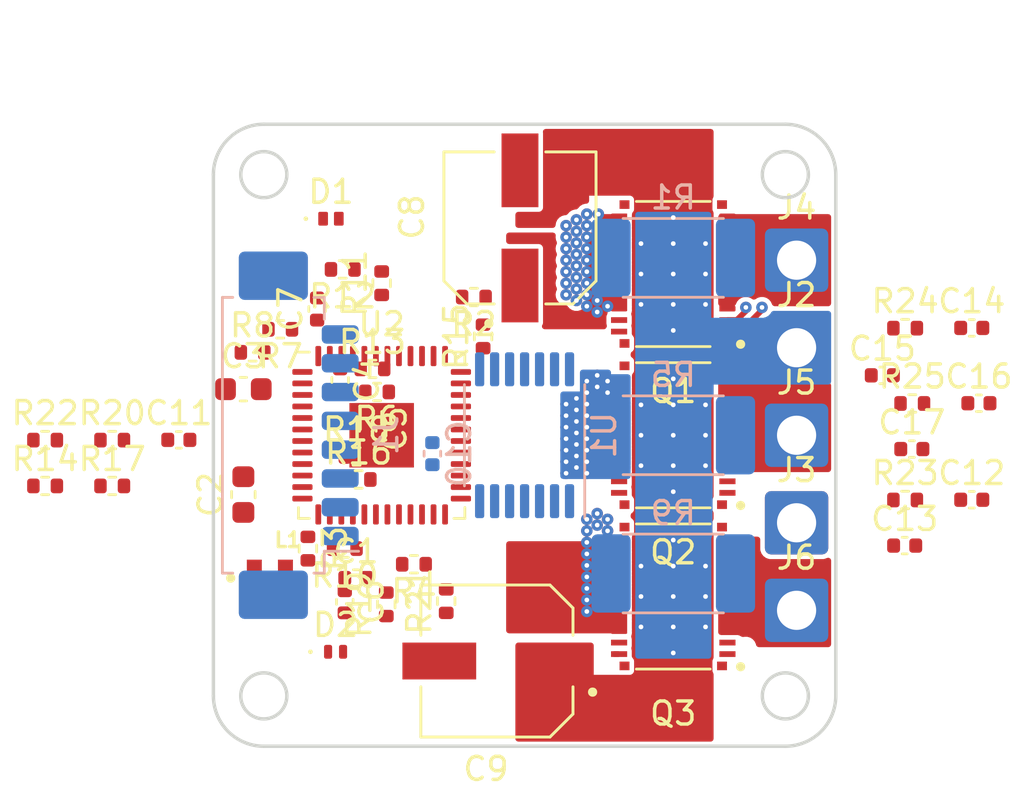
<source format=kicad_pcb>
(kicad_pcb (version 20211014) (generator pcbnew)
  (title_block (title "Ø32 BLDC Motor Controller") (date "2022-11-26") (company "Christopher Xu"))
  (layers (0 "F.Cu" signal) (1 "In1.Cu" signal) (2 "In2.Cu" signal) (31 "B.Cu" signal) (34 "B.Paste" user) (35 "F.Paste" user) (36 "B.SilkS" user "B.Silkscreen") (37 "F.SilkS" user "F.Silkscreen") (38 "B.Mask" user) (39 "F.Mask" user) (44 "Edge.Cuts" user))
  (net 0 "")
  (net 1 "/~{MAG_CS}")
  (net 3 "/Motor phase U/Sense_N")
  (net 4 "/Motor phase V/Sense_N")
  (net 5 "/Motor phase W/Sense_N")
  (net 8 "/Motor phase U/Motor")
  (net 9 "/Motor phase V/Motor")
  (net 10 "/Motor phase W/Motor")
  (net 11 "/Motor phase U/Sense_P")
  (net 13 "VBUS")
  (net 14 "/Motor phase V/Sense_P")
  (net 15 "/Motor phase W/Sense_P")
  (net 21 "SPI_SCLK")
  (net 22 "SPI_MOSI")
  (net 23 "SPI_MISO")
  (net 24 "+3.3V")
  (net 25 "/OP_V_P")
  (net 26 "/OP_V_N")
  (net 27 "/OP_V_O")
  (net 28 "/NRST")
  (net 29 "Net-(D1-Pad1)")
  (net 30 "/OP_U_O")
  (net 31 "/OP_U_N")
  (net 32 "/OP_U_P")
  (net 33 "/OC_COMP")
  (net 35 "GND")
  (net 37 "SWD_IO")
  (net 38 "SWD_CLK")
  (net 39 "I2C_SCL")
  (net 40 "I2C_SDA")
  (net 41 "/OP_W_P")
  (net 43 "/OP_W_N")
  (net 44 "/OP_W_O")
  (net 45 "/Motor phase U/GH_MOS")
  (net 46 "/Motor phase U/GL_MOS")
  (net 47 "/Motor phase V/GH_MOS")
  (net 48 "/Motor phase V/GL_MOS")
  (net 49 "/Motor phase W/GH_MOS")
  (net 50 "/Motor phase W/GL_MOS")
  (net 51 "/OUTU")
  (net 52 "/VBOOTW")
  (net 53 "/VBOOTV")
  (net 54 "/HSU")
  (net 55 "/VBOOTU")
  (net 56 "/LSU")
  (net 57 "/OUTV")
  (net 58 "/OUTW")
  (net 59 "/HSW")
  (net 60 "/LSW")
  (net 61 "/HSV")
  (net 62 "/LSV")
  (net 68 "/GPIO_PA15")
  (net 69 "Net-(C13-Pad2)")
  (net 70 "Net-(C15-Pad2)")
  (net 71 "Net-(C17-Pad2)")
  (footprint "Resistor_SMD:R_0402_1005Metric" (layer "F.Cu") (at 43.6 48.12 180)
    (fp_text reference "R6")
    (fp_text value "1.78k")
  )
  (footprint "Capacitor_SMD:C_0402_1005Metric" (layer "F.Cu") (at 66.49 54.79)
    (fp_text reference "C13")
    (fp_text value "4.7nF")
  )
  (footprint "Capacitor_SMD:C_0402_1005Metric" (layer "F.Cu") (at 69.71 48.61)
    (fp_text reference "C16")
    (fp_text value "10nF")
  )
  (footprint "O32controller:SolderWire-Actual_1x01_D1.7mm_OD_2.75mm" (layer "F.Cu") (at 61.8 50)
    (fp_text reference "J5")
    (fp_text value "Motor Connection")
  )
  (footprint "O32controller:SolderWire-Actual_1x01_D1.7mm_OD_2.75mm" (layer "F.Cu") (at 61.8 46.2)
    (fp_text reference "J2")
    (fp_text value "BATT+")
  )
  (footprint "O32controller:SolderWire-Actual_1x01_D1.7mm_OD_2.75mm" (layer "F.Cu") (at 61.8 42.4)
    (fp_text reference "J4")
    (fp_text value "Motor Connection")
  )
  (footprint "Capacitor_SMD:C_0603_1608Metric" (layer "F.Cu") (at 37.8 52.575 90)
    (fp_text reference "C2")
    (fp_text value "47uF")
  )
  (footprint "Resistor_SMD:R_0402_1005Metric" (layer "F.Cu") (at 47.8 44 180)
    (fp_text reference "R2")
    (fp_text value "1.78k")
  )
  (footprint "O32controller:SolderWire-Actual_1x01_D1.7mm_OD_2.75mm" (layer "F.Cu") (at 61.8 53.8)
    (fp_text reference "J3")
    (fp_text value "BATT-")
  )
  (footprint "Resistor_SMD:R_0402_1005Metric" (layer "F.Cu") (at 42.71 50.92)
    (fp_text reference "R18")
    (fp_text value "10R")
  )
  (footprint "Resistor_SMD:R_0402_1005Metric" (layer "F.Cu") (at 45.2 55.6 180)
    (fp_text reference "R4")
    (fp_text value "13.7k")
  )
  (footprint "O32controller:VFQFPN-48-1EP_7x7mm_P0.5mm_EP2.8x2.8mm" (layer "F.Cu") (at 43.8 50)
    (fp_text reference "U2")
    (fp_text value "STSPIN32F0A")
  )
  (footprint "O32controller:SolderWire-Actual_1x01_D1.7mm_OD_2.75mm" (layer "F.Cu") (at 61.8 57.6)
    (fp_text reference "J6")
    (fp_text value "Motor Connection")
  )
  (footprint "Resistor_SMD:R_0402_1005Metric" (layer "F.Cu") (at 29.2 50.21)
    (fp_text reference "R22")
    (fp_text value "121k")
  )
  (footprint "Capacitor_SMD:C_0402_1005Metric" (layer "F.Cu") (at 43.2 49.72 -90)
    (fp_text reference "C5")
    (fp_text value "100nF")
  )
  (footprint "Capacitor_SMD:C_0402_1005Metric" (layer "F.Cu") (at 69.4 52.8)
    (fp_text reference "C12")
    (fp_text value "10nF")
  )
  (footprint "Capacitor_SMD:C_0402_1005Metric" (layer "F.Cu") (at 66.8 50.6)
    (fp_text reference "C17")
    (fp_text value "4.7nF")
  )
  (footprint "O32controller:CAP_EEEFN1E101UP" (layer "F.Cu") (at 49.8 41 90)
    (fp_text reference "C8")
    (fp_text value "100uF")
  )
  (footprint "Resistor_SMD:R_0402_1005Metric" (layer "F.Cu") (at 44 57.34 90)
    (fp_text reference "R19")
    (fp_text value "10R")
  )
  (footprint "O32controller:CSD88584Q5DCT" (layer "F.Cu") (at 56.45 50 180)
    (fp_text reference "Q2")
    (fp_text value "DMM0022A")
  )
  (footprint "Resistor_SMD:R_0402_1005Metric" (layer "F.Cu") (at 40.6 54.92 -90)
    (fp_text reference "R3")
    (fp_text value "1.78k")
  )
  (footprint "Capacitor_SMD:C_0402_1005Metric" (layer "F.Cu") (at 42 47.6 -90)
    (fp_text reference "C4")
    (fp_text value "100nF")
  )
  (footprint "Resistor_SMD:R_0402_1005Metric" (layer "F.Cu") (at 32.11 52.2)
    (fp_text reference "R17")
    (fp_text value "2.2k")
  )
  (footprint "Capacitor_SMD:C_0402_1005Metric" (layer "F.Cu") (at 42.2 57.23 -90)
    (fp_text reference "C6")
    (fp_text value "100nF")
  )
  (footprint "Resistor_SMD:R_0402_1005Metric" (layer "F.Cu") (at 42.2 54.92 180)
    (fp_text reference "R10")
    (fp_text value "1.78k")
  )
  (footprint "O32controller:IND_VLS201612CX-220M-1" (layer "F.Cu") (at 38.95 56.2)
    (fp_text reference "L1")
    (fp_text value "22uH")
  )
  (footprint "Capacitor_SMD:C_0402_1005Metric" (layer "F.Cu") (at 65.52 47.4)
    (fp_text reference "C15")
    (fp_text value "4.7nF")
  )
  (footprint "O32controller:CSD88584Q5DCT" (layer "F.Cu") (at 56.45 57 180)
    (fp_text reference "Q3")
    (fp_text value "DMM0022A")
  )
  (footprint "Resistor_SMD:R_0402_1005Metric" (layer "F.Cu") (at 42.11 42.8 180)
    (fp_text reference "R12")
    (fp_text value "13.7k")
  )
  (footprint "Resistor_SMD:R_0402_1005Metric" (layer "F.Cu") (at 38.2 46.4)
    (fp_text reference "R8")
    (fp_text value "13.7k")
  )
  (footprint "Capacitor_SMD:C_0402_1005Metric" (layer "F.Cu") (at 41 44.52 90)
    (fp_text reference "C7")
    (fp_text value "100nF")
  )
  (footprint "Resistor_SMD:R_0402_1005Metric" (layer "F.Cu") (at 66.51 45.35)
    (fp_text reference "R24")
    (fp_text value "2.21R")
  )
  (footprint "Capacitor_SMD:C_0402_1005Metric" (layer "F.Cu") (at 69.4 45.34)
    (fp_text reference "C14")
    (fp_text value "10nF")
  )
  (footprint "Resistor_SMD:R_0402_1005Metric" (layer "F.Cu") (at 29.2 52.2)
    (fp_text reference "R14")
    (fp_text value "2.2k")
  )
  (footprint "Capacitor_SMD:C_0402_1005Metric" (layer "F.Cu") (at 35 50.2)
    (fp_text reference "C11")
    (fp_text value "1nF")
  )
  (footprint "Capacitor_SMD:C_0402_1005Metric" (layer "F.Cu") (at 42.68 56.2)
    (fp_text reference "C1")
    (fp_text value "100nF")
  )
  (footprint "Resistor_SMD:R_0402_1005Metric" (layer "F.Cu") (at 43.4 47.12)
    (fp_text reference "R13")
    (fp_text value "10R")
  )
  (footprint "Resistor_SMD:R_0402_1005Metric" (layer "F.Cu") (at 66.82 48.62)
    (fp_text reference "R25")
    (fp_text value "2.21R")
  )
  (footprint "Resistor_SMD:R_0402_1005Metric" (layer "F.Cu") (at 39.4 45.4 180)
    (fp_text reference "R7")
    (fp_text value "1.78k")
  )
  (footprint "Resistor_SMD:R_0402_1005Metric" (layer "F.Cu") (at 32.11 50.21)
    (fp_text reference "R20")
    (fp_text value "2.2k")
  )
  (footprint "Resistor_SMD:R_0402_1005Metric" (layer "F.Cu") (at 43.8 43.4 90)
    (fp_text reference "R11")
    (fp_text value "1.78k")
  )
  (footprint "Diode_SMD:D_0402_CSP" (layer "F.Cu") (at 41.8 59.4)
    (fp_text reference "D2")
    (fp_text value "ESDA17P20-1F2 ")
  )
  (footprint "O32controller:CSD88584Q5DCT" (layer "F.Cu") (at 56.45 43 180)
    (fp_text reference "Q1")
    (fp_text value "DMM0022A")
  )
  (footprint "Resistor_SMD:R_0402_1005Metric" (layer "F.Cu") (at 66.51 52.81)
    (fp_text reference "R23")
    (fp_text value "2.21R")
  )
  (footprint "Resistor_SMD:R_0402_1005Metric" (layer "F.Cu") (at 48.2 45.71 90)
    (fp_text reference "R15")
    (fp_text value "10R")
  )
  (footprint "Diode_SMD:D_DFN2L" (layer "F.Cu") (at 41.6 40.6)
    (fp_text reference "D1")
    (fp_text value "SBA0540Q")
  )
  (footprint "O32controller:CAP_EEEFN1E101UP" (layer "F.Cu") (at 48.8 59.8 180)
    (fp_text reference "C9")
    (fp_text value "100uF")
  )
  (footprint "Capacitor_SMD:C_0603_1608Metric" (layer "F.Cu") (at 37.8 48)
    (fp_text reference "C3")
    (fp_text value "10uF")
  )
  (footprint "Resistor_SMD:R_0402_1005Metric" (layer "F.Cu") (at 46.6 57.2 90)
    (fp_text reference "R21")
    (fp_text value "10R")
  )
  (footprint "Resistor_SMD:R_0402_1005Metric" (layer "F.Cu") (at 42.8 51.92)
    (fp_text reference "R16")
    (fp_text value "10R")
  )
  (footprint "Capacitor_SMD:C_0402_1005Metric" (layer "B.Cu") (at 46 50.8 90)
    (fp_text reference "C10")
    (fp_text value "100nF")
  )
  (footprint "Package_SO:TSSOP-14_4.4x5mm_P0.65mm" (layer "B.Cu") (at 50 50 90)
    (fp_text reference "U1")
    (fp_text value "AS5047D")
  )
  (footprint "Connector_Molex:Molex_PicoBlade_53261-0871_1x08-1MP_P1.25mm_Horizontal" (layer "B.Cu") (at 39.6 50 90)
    (fp_text reference "J1")
    (fp_text value "Conn_01x08_MountingPin")
  )
  (footprint "Resistor_SMD:R_Shunt_2512_6332Metric" (layer "B.Cu") (at 56.45 56 180)
    (fp_text reference "R9")
    (fp_text value "WFCP06124L000FE66 0.004R")
  )
  (footprint "Resistor_SMD:R_Shunt_2512_6332Metric" (layer "B.Cu") (at 56.45 42.3 180)
    (fp_text reference "R1")
    (fp_text value "WFCP06124L000FE66 0.004R")
  )
  (footprint "Resistor_SMD:R_Shunt_2512_6332Metric" (layer "B.Cu") (at 56.45 50 180)
    (fp_text reference "R5")
    (fp_text value "WFCP06124L000FE66 0.004R")
  )
  (gr_circle locked (center 61.314 61.314) (end 62.314 61.314) (layer "Edge.Cuts") (width 0.15) (fill none))
  (gr_line locked (start 38.686 36.5) (end 61.314 36.5) (layer "Edge.Cuts") (width 0.15))
  (gr_arc locked (start 38.686 63.5) (mid 37.140265 62.859735) (end 36.5 61.314) (layer "Edge.Cuts") (width 0.15))
  (gr_arc locked (start 36.5 38.686) (mid 37.140265 37.140265) (end 38.686 36.5) (layer "Edge.Cuts") (width 0.15))
  (gr_line locked (start 38.686 63.5) (end 61.314 63.5) (layer "Edge.Cuts") (width 0.15))
  (gr_line locked (start 63.5 38.686) (end 63.5 61.314) (layer "Edge.Cuts") (width 0.15))
  (gr_arc locked (start 61.314 36.5) (mid 62.859735 37.140265) (end 63.5 38.686) (layer "Edge.Cuts") (width 0.15))
  (gr_circle locked (center 38.686 61.314) (end 39.686 61.314) (layer "Edge.Cuts") (width 0.15) (fill none))
  (gr_circle locked (center 38.686 38.686) (end 39.686 38.686) (layer "Edge.Cuts") (width 0.15) (fill none))
  (gr_arc locked (start 63.5 61.314) (mid 62.859735 62.859735) (end 61.314 63.5) (layer "Edge.Cuts") (width 0.15))
  (gr_circle locked (center 61.314 38.686) (end 62.314 38.686) (layer "Edge.Cuts") (width 0.15) (fill none))
  (gr_line locked (start 36.5 38.686) (end 36.5 61.314) (layer "Edge.Cuts") (width 0.15))
  (via (at 52.7 42.4) (size 0.5) (drill 0.2) (layers "F.Cu" "B.Cu") (net 11))
  (via (at 53.15 44.65) (size 0.5) (drill 0.2) (layers "F.Cu" "B.Cu") (net 11))
  (via (at 52.7 43.4) (size 0.5) (drill 0.2) (layers "F.Cu" "B.Cu") (net 11))
  (via (at 53.15 44.15) (size 0.5) (drill 0.2) (layers "F.Cu" "B.Cu") (net 11))
  (via (at 53.6 44.4) (size 0.5) (drill 0.2) (layers "F.Cu" "B.Cu") (net 11))
  (via (at 52.7 41.4) (size 0.5) (drill 0.2) (layers "F.Cu" "B.Cu") (net 11))
  (via (at 52.7 42.9) (size 0.5) (drill 0.2) (layers "F.Cu" "B.Cu") (net 11))
  (via (at 52.7 40.9) (size 0.5) (drill 0.2) (layers "F.Cu" "B.Cu") (net 11))
  (via (at 52.7 44.4) (size 0.5) (drill 0.2) (layers "F.Cu" "B.Cu") (net 11))
  (via (at 53.2 40.4) (size 0.5) (drill 0.2) (layers "F.Cu" "B.Cu") (net 11))
  (via (at 52.7 40.4) (size 0.5) (drill 0.2) (layers "F.Cu" "B.Cu") (net 11))
  (via (at 52.7 41.9) (size 0.5) (drill 0.2) (layers "F.Cu" "B.Cu") (net 11))
  (via (at 52.7 43.9) (size 0.5) (drill 0.2) (layers "F.Cu" "B.Cu") (net 11))
  (via (at 53.15 47.9) (size 0.5) (drill 0.2) (layers "F.Cu" "B.Cu") (net 14))
  (via (at 52.7 51.15) (size 0.5) (drill 0.2) (layers "F.Cu" "B.Cu") (net 14))
  (via (at 53.6 48.15) (size 0.5) (drill 0.2) (layers "F.Cu" "B.Cu") (net 14))
  (via (at 51.8 43.4) (size 0.5) (drill 0.2) (layers "F.Cu" "B.Cu") (net 14))
  (via (at 52.25 48.4) (size 0.5) (drill 0.2) (layers "F.Cu" "B.Cu") (net 14))
  (via (at 52.25 50.4) (size 0.5) (drill 0.2) (layers "F.Cu" "B.Cu") (net 14))
  (via (at 51.8 51.65) (size 0.5) (drill 0.2) (layers "F.Cu" "B.Cu") (net 14))
  (via (at 52.25 43.15) (size 0.5) (drill 0.2) (layers "F.Cu" "B.Cu") (net 14))
  (via (at 52.7 51.65) (size 0.5) (drill 0.2) (layers "F.Cu" "B.Cu") (net 14))
  (via (at 52.25 49.9) (size 0.5) (drill 0.2) (layers "F.Cu" "B.Cu") (net 14))
  (via (at 52.25 41.15) (size 0.5) (drill 0.2) (layers "F.Cu" "B.Cu") (net 14))
  (via (at 53.6 53.65) (size 0.5) (drill 0.2) (layers "F.Cu" "B.Cu") (net 14))
  (via (at 52.7 47.65) (size 0.5) (drill 0.2) (layers "F.Cu" "B.Cu") (net 14))
  (via (at 52.7 49.65) (size 0.5) (drill 0.2) (layers "F.Cu" "B.Cu") (net 14))
  (via (at 52.25 40.65) (size 0.5) (drill 0.2) (layers "F.Cu" "B.Cu") (net 14))
  (via (at 52.25 42.65) (size 0.5) (drill 0.2) (layers "F.Cu" "B.Cu") (net 14))
  (via (at 51.8 40.9) (size 0.5) (drill 0.2) (layers "F.Cu" "B.Cu") (net 14))
  (via (at 52.25 48.9) (size 0.5) (drill 0.2) (layers "F.Cu" "B.Cu") (net 14))
  (via (at 53.15 53.9) (size 0.5) (drill 0.2) (layers "F.Cu" "B.Cu") (net 14))
  (via (at 52.25 43.65) (size 0.5) (drill 0.2) (layers "F.Cu" "B.Cu") (net 14))
  (via (at 51.8 50.15) (size 0.5) (drill 0.2) (layers "F.Cu" "B.Cu") (net 14))
  (via (at 52.25 51.4) (size 0.5) (drill 0.2) (layers "F.Cu" "B.Cu") (net 14))
  (via (at 52.25 41.65) (size 0.5) (drill 0.2) (layers "F.Cu" "B.Cu") (net 14))
  (via (at 52.25 44.15) (size 0.5) (drill 0.2) (layers "F.Cu" "B.Cu") (net 14))
  (via (at 52.25 42.15) (size 0.5) (drill 0.2) (layers "F.Cu" "B.Cu") (net 14))
  (via (at 51.8 41.4) (size 0.5) (drill 0.2) (layers "F.Cu" "B.Cu") (net 14))
  (via (at 51.8 42.4) (size 0.5) (drill 0.2) (layers "F.Cu" "B.Cu") (net 14))
  (via (at 52.7 49.15) (size 0.5) (drill 0.2) (layers "F.Cu" "B.Cu") (net 14))
  (via (at 51.8 48.65) (size 0.5) (drill 0.2) (layers "F.Cu" "B.Cu") (net 14))
  (via (at 52.7 50.15) (size 0.5) (drill 0.2) (layers "F.Cu" "B.Cu") (net 14))
  (via (at 52.25 49.4) (size 0.5) (drill 0.2) (layers "F.Cu" "B.Cu") (net 14))
  (via (at 51.8 50.65) (size 0.5) (drill 0.2) (layers "F.Cu" "B.Cu") (net 14))
  (via (at 51.8 49.65) (size 0.5) (drill 0.2) (layers "F.Cu" "B.Cu") (net 14))
  (via (at 51.8 43.9) (size 0.5) (drill 0.2) (layers "F.Cu" "B.Cu") (net 14))
  (via (at 53.15 53.4) (size 0.5) (drill 0.2) (layers "F.Cu" "B.Cu") (net 14))
  (via (at 53.6 47.65) (size 0.5) (drill 0.2) (layers "F.Cu" "B.Cu") (net 14))
  (via (at 52.7 53.65) (size 0.5) (drill 0.2) (layers "F.Cu" "B.Cu") (net 14))
  (via (at 51.8 49.15) (size 0.5) (drill 0.2) (layers "F.Cu" "B.Cu") (net 14))
  (via (at 53.15 47.4) (size 0.5) (drill 0.2) (layers "F.Cu" "B.Cu") (net 14))
  (via (at 52.7 50.65) (size 0.5) (drill 0.2) (layers "F.Cu" "B.Cu") (net 14))
  (via (at 52.7 54.15) (size 0.5) (drill 0.2) (layers "F.Cu" "B.Cu") (net 14))
  (via (at 52.7 48.15) (size 0.5) (drill 0.2) (layers "F.Cu" "B.Cu") (net 14))
  (via (at 52.25 50.9) (size 0.5) (drill 0.2) (layers "F.Cu" "B.Cu") (net 14))
  (via (at 51.8 41.9) (size 0.5) (drill 0.2) (layers "F.Cu" "B.Cu") (net 14))
  (via (at 52.7 48.65) (size 0.5) (drill 0.2) (layers "F.Cu" "B.Cu") (net 14))
  (via (at 51.8 42.9) (size 0.5) (drill 0.2) (layers "F.Cu" "B.Cu") (net 14))
  (via (at 51.8 51.15) (size 0.5) (drill 0.2) (layers "F.Cu" "B.Cu") (net 14))
  (via (at 52.7 56.65) (size 0.5) (drill 0.2) (layers "F.Cu" "B.Cu") (net 15))
  (via (at 52.7 57.15) (size 0.5) (drill 0.2) (layers "F.Cu" "B.Cu") (net 15))
  (via (at 52.7 55.15) (size 0.5) (drill 0.2) (layers "F.Cu" "B.Cu") (net 15))
  (via (at 52.7 55.65) (size 0.5) (drill 0.2) (layers "F.Cu" "B.Cu") (net 15))
  (via (at 52.7 57.65) (size 0.5) (drill 0.2) (layers "F.Cu" "B.Cu") (net 15))
  (via (at 52.7 54.65) (size 0.5) (drill 0.2) (layers "F.Cu" "B.Cu") (net 15))
  (via (at 52.7 56.15) (size 0.5) (drill 0.2) (layers "F.Cu" "B.Cu") (net 15))
  (via (at 53.6 54.15) (size 0.5) (drill 0.2) (layers "F.Cu" "B.Cu") (net 15))
  (segment (start 59.363173 45.5) (end 60.3 44.563173) (width 0.25) (layer "F.Cu") (net 45))
  (segment (start 60.3 44.563173) (end 60.3 44.45) (width 0.25) (layer "F.Cu") (net 45))
  (segment (start 58.8 45.5) (end 59.363173 45.5) (width 0.25) (layer "F.Cu") (net 45))
  (via (at 60.3 44.45) (size 0.5) (drill 0.2) (layers "F.Cu" "B.Cu") (net 45))
  (segment (start 54.05 59.5) (end 53.9 59.5) (width 0.25) (layer "F.Cu") (net 50))
  (segment (start 59.206329 45.000001) (end 59.6 44.60633) (width 0.25) (layer "F.Cu") (net 51))
  (segment (start 58.8 45.000001) (end 59.206329 45.000001) (width 0.25) (layer "F.Cu") (net 51))
  (segment (start 59.6 44.60633) (end 59.6 44.45) (width 0.25) (layer "F.Cu") (net 51))
  (via (at 59.6 44.45) (size 0.5) (drill 0.2) (layers "F.Cu" "B.Cu") (net 51))
  (zone (net 9) (net_name "/Motor phase V/Motor") (layer "F.Cu") (connect_pads yes (clearance 0.2)) (min_thickness 0.254) (fill yes (thermal_gap 0.508) (thermal_bridge_width 0.508))
    (polygon (pts (xy 63.4 51.6) (xy 58.4 51.6) (xy 58.4 47.2) (xy 63.4 47.2)))
  )
  (zone (net 15) (net_name "/Motor phase W/Sense_P") (layer "F.Cu") (connect_pads yes (clearance 0.2)) (min_thickness 0.254) (fill yes (thermal_gap 0.508) (thermal_bridge_width 0.508))
    (polygon (pts (xy 54.4 58.6) (xy 49.2 58.6) (xy 49.2 54.6) (xy 53.4 54.6) (xy 53.4 54.4) (xy 54.4 54.4)))
  )
  (zone (net 8) (net_name "/Motor phase U/Motor") (layer "F.Cu") (connect_pads yes (clearance 0.2)) (min_thickness 0.254) (fill yes (thermal_gap 0.508) (thermal_bridge_width 0.508))
    (polygon (pts (xy 63.4 44.4) (xy 58.4 44.4) (xy 58.4 40.4) (xy 63.4 40.4)))
  )
  (zone (net 11) (net_name "/Motor phase U/Sense_P") (layer "F.Cu") (connect_pads yes (clearance 0.2)) (min_thickness 0.254) (fill yes (thermal_gap 0.508) (thermal_bridge_width 0.508))
    (polygon (pts (xy 54.4 44.6) (xy 53.6 44.6) (xy 53.6 45.4) (xy 49.2 45.4) (xy 49.2 41.2) (xy 53.2 41.2) (xy 53.2 40.4) (xy 54.4 40.4)))
  )
  (zone (net 10) (net_name "/Motor phase W/Motor") (layer "F.Cu") (connect_pads yes (clearance 0.2)) (min_thickness 0.254) (fill yes (thermal_gap 0.508) (thermal_bridge_width 0.508))
    (polygon (pts (xy 63.4 59.2) (xy 58.4 59.2) (xy 58.4 54.4) (xy 63.4 54.4)))
  )
  (zone (net 13) (net_name "VBUS") (layer "F.Cu") (connect_pads yes (clearance 0.2)) (min_thickness 0.254) (fill yes (thermal_gap 0.508) (thermal_bridge_width 0.508))
    (polygon (pts (xy 58.2 44.6) (xy 58.2 47) (xy 58.2 63.4) (xy 49.6 63.4) (xy 49.6 59) (xy 53 59) (xy 53 60.4) (xy 54.6 60.4) (xy 54.6 39.6) (xy 52.8 39.6) (xy 52.8 41) (xy 49.6 41) (xy 49.6 36.6) (xy 58.2 36.6)))
  )
  (zone (net 14) (net_name "/Motor phase V/Sense_P") (layer "B.Cu") (connect_pads yes (clearance 0.2)) (min_thickness 0.254) (fill yes (thermal_gap 0.508) (thermal_bridge_width 0.508))
    (polygon (pts (xy 53.75 47.35) (xy 54.6 47.35) (xy 54.6 51.9) (xy 51.55 51.9) (xy 51.55 48.1) (xy 52.4 48.1) (xy 52.4 47.15) (xy 53.75 47.15)))
  )
  (zone (net 13) (net_name "VBUS") (layer "B.Cu") (connect_pads yes (clearance 0.2)) (min_thickness 0.254) (fill yes (thermal_gap 0.508) (thermal_bridge_width 0.508))
    (polygon (pts (xy 58.1 44.9) (xy 60.2 44.9) (xy 60.2 44.6) (xy 63.4 44.6) (xy 63.4 47.8) (xy 58.2 47.8) (xy 58.1 59.7) (xy 54.8 59.7) (xy 54.8 40.3) (xy 58.1 40.3)))
  )
)
</source>
